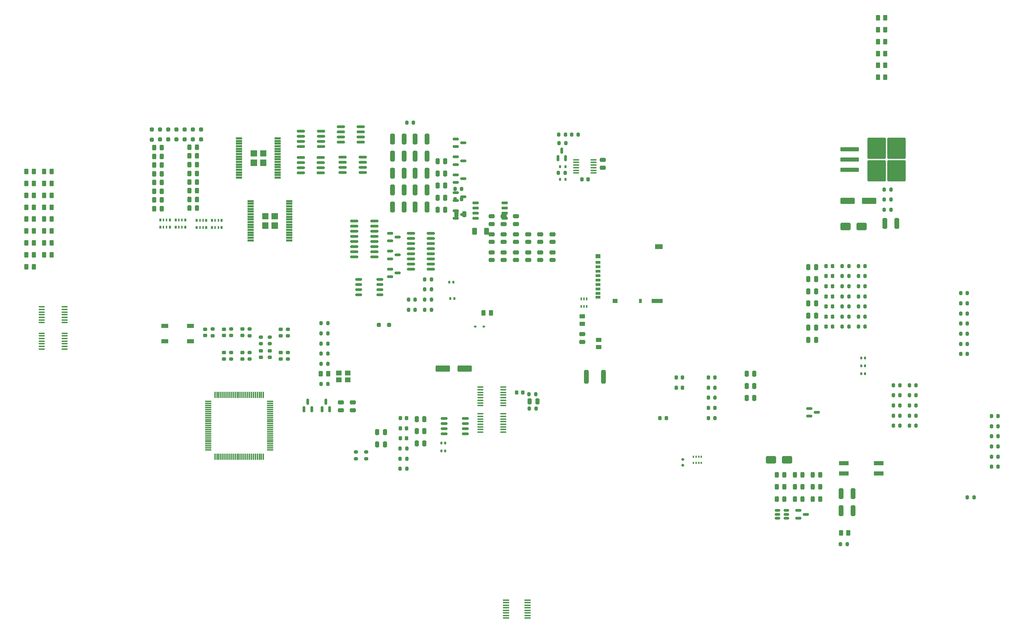
<source format=gbr>
%TF.GenerationSoftware,KiCad,Pcbnew,7.0.7-2.fc38*%
%TF.CreationDate,2023-10-14T02:21:00-03:00*%
%TF.ProjectId,OpenEFI_rev4,4f70656e-4546-4495-9f72-6576342e6b69,v3.0*%
%TF.SameCoordinates,Original*%
%TF.FileFunction,Paste,Top*%
%TF.FilePolarity,Positive*%
%FSLAX46Y46*%
G04 Gerber Fmt 4.6, Leading zero omitted, Abs format (unit mm)*
G04 Created by KiCad (PCBNEW 7.0.7-2.fc38) date 2023-10-14 02:21:00*
%MOMM*%
%LPD*%
G01*
G04 APERTURE LIST*
G04 Aperture macros list*
%AMRoundRect*
0 Rectangle with rounded corners*
0 $1 Rounding radius*
0 $2 $3 $4 $5 $6 $7 $8 $9 X,Y pos of 4 corners*
0 Add a 4 corners polygon primitive as box body*
4,1,4,$2,$3,$4,$5,$6,$7,$8,$9,$2,$3,0*
0 Add four circle primitives for the rounded corners*
1,1,$1+$1,$2,$3*
1,1,$1+$1,$4,$5*
1,1,$1+$1,$6,$7*
1,1,$1+$1,$8,$9*
0 Add four rect primitives between the rounded corners*
20,1,$1+$1,$2,$3,$4,$5,0*
20,1,$1+$1,$4,$5,$6,$7,0*
20,1,$1+$1,$6,$7,$8,$9,0*
20,1,$1+$1,$8,$9,$2,$3,0*%
G04 Aperture macros list end*
%ADD10C,0.010000*%
%ADD11RoundRect,0.225000X-0.225000X-0.250000X0.225000X-0.250000X0.225000X0.250000X-0.225000X0.250000X0*%
%ADD12RoundRect,0.250000X-1.500000X-0.550000X1.500000X-0.550000X1.500000X0.550000X-1.500000X0.550000X0*%
%ADD13RoundRect,0.250000X-0.312500X-1.075000X0.312500X-1.075000X0.312500X1.075000X-0.312500X1.075000X0*%
%ADD14RoundRect,0.250000X-0.262500X-0.450000X0.262500X-0.450000X0.262500X0.450000X-0.262500X0.450000X0*%
%ADD15RoundRect,0.150000X-0.825000X-0.150000X0.825000X-0.150000X0.825000X0.150000X-0.825000X0.150000X0*%
%ADD16RoundRect,0.200000X-0.200000X-0.275000X0.200000X-0.275000X0.200000X0.275000X-0.200000X0.275000X0*%
%ADD17R,0.600000X0.700000*%
%ADD18RoundRect,0.250000X-0.250000X0.250000X-0.250000X-0.250000X0.250000X-0.250000X0.250000X0.250000X0*%
%ADD19RoundRect,0.243750X-0.243750X-0.456250X0.243750X-0.456250X0.243750X0.456250X-0.243750X0.456250X0*%
%ADD20RoundRect,0.200000X0.275000X-0.200000X0.275000X0.200000X-0.275000X0.200000X-0.275000X-0.200000X0*%
%ADD21RoundRect,0.140000X-0.140000X-0.170000X0.140000X-0.170000X0.140000X0.170000X-0.140000X0.170000X0*%
%ADD22RoundRect,0.250000X-1.000000X-0.650000X1.000000X-0.650000X1.000000X0.650000X-1.000000X0.650000X0*%
%ADD23RoundRect,0.150000X-0.587500X-0.150000X0.587500X-0.150000X0.587500X0.150000X-0.587500X0.150000X0*%
%ADD24RoundRect,0.250000X-2.050000X-0.300000X2.050000X-0.300000X2.050000X0.300000X-2.050000X0.300000X0*%
%ADD25RoundRect,0.250000X-2.025000X-2.375000X2.025000X-2.375000X2.025000X2.375000X-2.025000X2.375000X0*%
%ADD26RoundRect,0.150000X0.150000X-0.587500X0.150000X0.587500X-0.150000X0.587500X-0.150000X-0.587500X0*%
%ADD27RoundRect,0.250000X0.475000X-0.250000X0.475000X0.250000X-0.475000X0.250000X-0.475000X-0.250000X0*%
%ADD28RoundRect,0.250000X-0.250000X-0.475000X0.250000X-0.475000X0.250000X0.475000X-0.250000X0.475000X0*%
%ADD29RoundRect,0.250000X0.450000X-0.262500X0.450000X0.262500X-0.450000X0.262500X-0.450000X-0.262500X0*%
%ADD30RoundRect,0.218750X-0.256250X0.218750X-0.256250X-0.218750X0.256250X-0.218750X0.256250X0.218750X0*%
%ADD31R,0.500000X0.800000*%
%ADD32R,0.400000X0.800000*%
%ADD33R,1.600000X0.410000*%
%ADD34R,2.440000X1.120000*%
%ADD35RoundRect,0.100000X-0.625000X-0.100000X0.625000X-0.100000X0.625000X0.100000X-0.625000X0.100000X0*%
%ADD36R,0.350000X0.500000*%
%ADD37R,0.400000X0.650000*%
%ADD38RoundRect,0.100000X-0.637500X-0.100000X0.637500X-0.100000X0.637500X0.100000X-0.637500X0.100000X0*%
%ADD39RoundRect,0.250000X-0.312500X-0.625000X0.312500X-0.625000X0.312500X0.625000X-0.312500X0.625000X0*%
%ADD40R,1.400000X1.200000*%
%ADD41RoundRect,0.075000X-0.725000X-0.075000X0.725000X-0.075000X0.725000X0.075000X-0.725000X0.075000X0*%
%ADD42RoundRect,0.075000X-0.075000X-0.725000X0.075000X-0.725000X0.075000X0.725000X-0.075000X0.725000X0*%
%ADD43RoundRect,0.225000X0.225000X0.250000X-0.225000X0.250000X-0.225000X-0.250000X0.225000X-0.250000X0*%
%ADD44RoundRect,0.250000X-0.312500X-1.450000X0.312500X-1.450000X0.312500X1.450000X-0.312500X1.450000X0*%
%ADD45R,1.600000X0.480000*%
%ADD46RoundRect,0.150000X-0.850000X-0.150000X0.850000X-0.150000X0.850000X0.150000X-0.850000X0.150000X0*%
%ADD47RoundRect,0.200000X-0.275000X0.200000X-0.275000X-0.200000X0.275000X-0.200000X0.275000X0.200000X0*%
%ADD48RoundRect,0.150000X-0.200000X0.150000X-0.200000X-0.150000X0.200000X-0.150000X0.200000X0.150000X0*%
%ADD49RoundRect,0.200000X0.200000X0.275000X-0.200000X0.275000X-0.200000X-0.275000X0.200000X-0.275000X0*%
%ADD50RoundRect,0.250000X-0.250000X-0.250000X0.250000X-0.250000X0.250000X0.250000X-0.250000X0.250000X0*%
%ADD51RoundRect,0.112500X-0.187500X-0.112500X0.187500X-0.112500X0.187500X0.112500X-0.187500X0.112500X0*%
%ADD52R,1.200000X0.700000*%
%ADD53R,0.800000X1.000000*%
%ADD54R,1.200000X1.000000*%
%ADD55R,2.800000X1.000000*%
%ADD56R,1.900000X1.300000*%
%ADD57RoundRect,0.150000X-0.675000X-0.150000X0.675000X-0.150000X0.675000X0.150000X-0.675000X0.150000X0*%
%ADD58R,1.700000X1.000000*%
%ADD59RoundRect,0.250000X-0.475000X0.250000X-0.475000X-0.250000X0.475000X-0.250000X0.475000X0.250000X0*%
%ADD60RoundRect,0.150000X-0.650000X-0.150000X0.650000X-0.150000X0.650000X0.150000X-0.650000X0.150000X0*%
%ADD61RoundRect,0.150000X-0.512500X-0.150000X0.512500X-0.150000X0.512500X0.150000X-0.512500X0.150000X0*%
G04 APERTURE END LIST*
%TO.C,U1*%
D10*
X154190000Y-77990000D02*
X152730000Y-77990000D01*
X152730000Y-76530000D01*
X154190000Y-76530000D01*
X154190000Y-77990000D01*
G36*
X154190000Y-77990000D02*
G01*
X152730000Y-77990000D01*
X152730000Y-76530000D01*
X154190000Y-76530000D01*
X154190000Y-77990000D01*
G37*
X154190000Y-80300000D02*
X152730000Y-80300000D01*
X152730000Y-78840000D01*
X154190000Y-78840000D01*
X154190000Y-80300000D01*
G36*
X154190000Y-80300000D02*
G01*
X152730000Y-80300000D01*
X152730000Y-78840000D01*
X154190000Y-78840000D01*
X154190000Y-80300000D01*
G37*
X156500000Y-77990000D02*
X155040000Y-77990000D01*
X155040000Y-76530000D01*
X156500000Y-76530000D01*
X156500000Y-77990000D01*
G36*
X156500000Y-77990000D02*
G01*
X155040000Y-77990000D01*
X155040000Y-76530000D01*
X156500000Y-76530000D01*
X156500000Y-77990000D01*
G37*
X156500000Y-80300000D02*
X155040000Y-80300000D01*
X155040000Y-78840000D01*
X156500000Y-78840000D01*
X156500000Y-80300000D01*
G36*
X156500000Y-80300000D02*
G01*
X155040000Y-80300000D01*
X155040000Y-78840000D01*
X156500000Y-78840000D01*
X156500000Y-80300000D01*
G37*
%TO.C,U13*%
X157055000Y-93555000D02*
X155595000Y-93555000D01*
X155595000Y-92095000D01*
X157055000Y-92095000D01*
X157055000Y-93555000D01*
G36*
X157055000Y-93555000D02*
G01*
X155595000Y-93555000D01*
X155595000Y-92095000D01*
X157055000Y-92095000D01*
X157055000Y-93555000D01*
G37*
X157055000Y-95865000D02*
X155595000Y-95865000D01*
X155595000Y-94405000D01*
X157055000Y-94405000D01*
X157055000Y-95865000D01*
G36*
X157055000Y-95865000D02*
G01*
X155595000Y-95865000D01*
X155595000Y-94405000D01*
X157055000Y-94405000D01*
X157055000Y-95865000D01*
G37*
X159365000Y-93555000D02*
X157905000Y-93555000D01*
X157905000Y-92095000D01*
X159365000Y-92095000D01*
X159365000Y-93555000D01*
G36*
X159365000Y-93555000D02*
G01*
X157905000Y-93555000D01*
X157905000Y-92095000D01*
X159365000Y-92095000D01*
X159365000Y-93555000D01*
G37*
X159365000Y-95865000D02*
X157905000Y-95865000D01*
X157905000Y-94405000D01*
X159365000Y-94405000D01*
X159365000Y-95865000D01*
G36*
X159365000Y-95865000D02*
G01*
X157905000Y-95865000D01*
X157905000Y-94405000D01*
X159365000Y-94405000D01*
X159365000Y-95865000D01*
G37*
%TD*%
D11*
%TO.C,C46*%
X189752000Y-145400750D03*
X191302000Y-145400750D03*
%TD*%
D12*
%TO.C,C42*%
X200270400Y-130614600D03*
X205670400Y-130614600D03*
%TD*%
D13*
%TO.C,R81*%
X187822100Y-73741200D03*
X190747100Y-73741200D03*
%TD*%
D14*
%TO.C,R67*%
X101600000Y-93570000D03*
X103425000Y-93570000D03*
%TD*%
D15*
%TO.C,U29*%
X165165000Y-71755000D03*
X165165000Y-73025000D03*
X165165000Y-74295000D03*
X165165000Y-75565000D03*
X170115000Y-75565000D03*
X170115000Y-74295000D03*
X170115000Y-73025000D03*
X170115000Y-71755000D03*
%TD*%
D14*
%TO.C,R61*%
X101600000Y-81770000D03*
X103425000Y-81770000D03*
%TD*%
D16*
%TO.C,R20*%
X309595800Y-88730800D03*
X311245800Y-88730800D03*
%TD*%
%TO.C,R12*%
X311840000Y-139760000D03*
X313490000Y-139760000D03*
%TD*%
%TO.C,R84*%
X191390000Y-69617600D03*
X193040000Y-69617600D03*
%TD*%
%TO.C,R56*%
X189702000Y-155440750D03*
X191352000Y-155440750D03*
%TD*%
D17*
%TO.C,D2*%
X229282800Y-80545700D03*
X230682800Y-80545700D03*
%TD*%
D18*
%TO.C,D64*%
X140396700Y-71317800D03*
X140396700Y-73817800D03*
%TD*%
D19*
%TO.C,D63*%
X128791200Y-78028800D03*
X130666200Y-78028800D03*
%TD*%
D20*
%TO.C,R4*%
X147880000Y-128260000D03*
X147880000Y-126610000D03*
%TD*%
D19*
%TO.C,D73*%
X128821200Y-88823800D03*
X130696200Y-88823800D03*
%TD*%
D21*
%TO.C,C27*%
X201930000Y-109169200D03*
X202890000Y-109169200D03*
%TD*%
D16*
%TO.C,R37*%
X328550000Y-119470000D03*
X330200000Y-119470000D03*
%TD*%
D22*
%TO.C,D4*%
X300035800Y-95390800D03*
X304035800Y-95390800D03*
%TD*%
D16*
%TO.C,R8*%
X328550000Y-111940000D03*
X330200000Y-111940000D03*
%TD*%
D23*
%TO.C,Q14*%
X187237100Y-97067200D03*
X187237100Y-98967200D03*
X189112100Y-98017200D03*
%TD*%
D16*
%TO.C,R77*%
X336170000Y-152430000D03*
X337820000Y-152430000D03*
%TD*%
D13*
%TO.C,R71*%
X298947500Y-161595000D03*
X301872500Y-161595000D03*
%TD*%
D14*
%TO.C,R58*%
X170092500Y-131930000D03*
X171917500Y-131930000D03*
%TD*%
D16*
%TO.C,R50*%
X191799600Y-116027200D03*
X193449600Y-116027200D03*
%TD*%
D18*
%TO.C,D74*%
X130236700Y-71343200D03*
X130236700Y-73843200D03*
%TD*%
D14*
%TO.C,R52*%
X308055000Y-55470000D03*
X309880000Y-55470000D03*
%TD*%
D20*
%TO.C,R27*%
X152480000Y-122485000D03*
X152480000Y-120835000D03*
%TD*%
D16*
%TO.C,R6*%
X299190800Y-105183600D03*
X300840800Y-105183600D03*
%TD*%
D24*
%TO.C,U4*%
X301040800Y-76250800D03*
X301040800Y-78790800D03*
D25*
X307765800Y-76015800D03*
X307765800Y-81565800D03*
X312615800Y-76015800D03*
X312615800Y-81565800D03*
D24*
X301040800Y-81330800D03*
%TD*%
D16*
%TO.C,R52*%
X195809600Y-111007200D03*
X197459600Y-111007200D03*
%TD*%
D26*
%TO.C,Q5*%
X228782800Y-78435200D03*
X230682800Y-78435200D03*
X229732800Y-76560200D03*
%TD*%
D19*
%TO.C,D8*%
X287452500Y-159950000D03*
X289327500Y-159950000D03*
%TD*%
%TO.C,D7*%
X287452500Y-156910000D03*
X289327500Y-156910000D03*
%TD*%
%TO.C,D81*%
X137522500Y-84378800D03*
X139397500Y-84378800D03*
%TD*%
D14*
%TO.C,R47*%
X97190000Y-96520000D03*
X99015000Y-96520000D03*
%TD*%
D16*
%TO.C,R60*%
X328550000Y-127000000D03*
X330200000Y-127000000D03*
%TD*%
D14*
%TO.C,R44*%
X97190000Y-93570000D03*
X99015000Y-93570000D03*
%TD*%
D16*
%TO.C,R56*%
X336170000Y-144900000D03*
X337820000Y-144900000D03*
%TD*%
D27*
%TO.C,C16*%
X215392000Y-94798000D03*
X215392000Y-92898000D03*
%TD*%
D20*
%TO.C,R24*%
X155280000Y-124460000D03*
X155280000Y-122810000D03*
%TD*%
D16*
%TO.C,R74*%
X315850000Y-144780000D03*
X317500000Y-144780000D03*
%TD*%
D28*
%TO.C,C52*%
X198974600Y-79241200D03*
X200874600Y-79241200D03*
%TD*%
D16*
%TO.C,R59*%
X170180000Y-134440000D03*
X171830000Y-134440000D03*
%TD*%
D29*
%TO.C,R129*%
X238912400Y-125319800D03*
X238912400Y-123494800D03*
%TD*%
D16*
%TO.C,R53*%
X195809600Y-113517200D03*
X197459600Y-113517200D03*
%TD*%
D11*
%TO.C,C23*%
X295230800Y-107693600D03*
X296780800Y-107693600D03*
%TD*%
%TO.C,C33*%
X234707800Y-83747700D03*
X236257800Y-83747700D03*
%TD*%
D30*
%TO.C,D7*%
X155280000Y-126247500D03*
X155280000Y-127822500D03*
%TD*%
%TO.C,D1*%
X150680000Y-126647500D03*
X150680000Y-128222500D03*
%TD*%
D13*
%TO.C,R113*%
X187822100Y-82161200D03*
X190747100Y-82161200D03*
%TD*%
D31*
%TO.C,RN2*%
X132706700Y-93776800D03*
D32*
X131906700Y-93776800D03*
X131106700Y-93776800D03*
D31*
X130306700Y-93776800D03*
X130306700Y-95576800D03*
D32*
X131106700Y-95576800D03*
X131906700Y-95576800D03*
D31*
X132706700Y-95576800D03*
%TD*%
D20*
%TO.C,R25*%
X143280000Y-122460000D03*
X143280000Y-120810000D03*
%TD*%
D14*
%TO.C,R70*%
X101600000Y-102420000D03*
X103425000Y-102420000D03*
%TD*%
D16*
%TO.C,R49*%
X191799600Y-113517200D03*
X193449600Y-113517200D03*
%TD*%
D19*
%TO.C,D83*%
X137522500Y-88696800D03*
X139397500Y-88696800D03*
%TD*%
D33*
%TO.C,U36*%
X215965700Y-188012500D03*
X215965700Y-188647500D03*
X215965700Y-189282500D03*
X215965700Y-189917500D03*
X215965700Y-190552500D03*
X215965700Y-191187500D03*
X215965700Y-191822500D03*
X215965700Y-192457500D03*
X221274300Y-192457500D03*
X221274300Y-191822500D03*
X221274300Y-191187500D03*
X221274300Y-190552500D03*
X221274300Y-189917500D03*
X221274300Y-189282500D03*
X221274300Y-188647500D03*
X221274300Y-188012500D03*
%TD*%
D14*
%TO.C,R66*%
X101600000Y-90620000D03*
X103425000Y-90620000D03*
%TD*%
D21*
%TO.C,C22*%
X199937000Y-151040750D03*
X200897000Y-151040750D03*
%TD*%
D31*
%TO.C,RN3*%
X145529000Y-93853000D03*
D32*
X144729000Y-93853000D03*
X143929000Y-93853000D03*
D31*
X143129000Y-93853000D03*
X143129000Y-95653000D03*
D32*
X143929000Y-95653000D03*
X144729000Y-95653000D03*
D31*
X145529000Y-95653000D03*
%TD*%
D20*
%TO.C,R64*%
X178785000Y-152965000D03*
X178785000Y-151315000D03*
%TD*%
D23*
%TO.C,Q9*%
X203461900Y-78151600D03*
X203461900Y-80051600D03*
X205336900Y-79101600D03*
%TD*%
D16*
%TO.C,R41*%
X303200800Y-112713600D03*
X304850800Y-112713600D03*
%TD*%
D18*
%TO.C,D72*%
X132268700Y-71343200D03*
X132268700Y-73843200D03*
%TD*%
D27*
%TO.C,C47*%
X178055000Y-140920000D03*
X178055000Y-139020000D03*
%TD*%
D26*
%TO.C,Q17*%
X165915000Y-140687500D03*
X167815000Y-140687500D03*
X166865000Y-138812500D03*
%TD*%
D30*
%TO.C,D6*%
X157480000Y-126247500D03*
X157480000Y-127822500D03*
%TD*%
D34*
%TO.C,SW4*%
X299625000Y-154050000D03*
X299625000Y-156590000D03*
X308235000Y-156590000D03*
X308235000Y-154050000D03*
%TD*%
D30*
%TO.C,D10*%
X150680000Y-120835000D03*
X150680000Y-122410000D03*
%TD*%
D16*
%TO.C,R31*%
X170180000Y-121890000D03*
X171830000Y-121890000D03*
%TD*%
%TO.C,R9*%
X311840000Y-137250000D03*
X313490000Y-137250000D03*
%TD*%
%TO.C,R46*%
X189702000Y-152930750D03*
X191352000Y-152930750D03*
%TD*%
D35*
%TO.C,U6*%
X233332800Y-78872700D03*
X233332800Y-79522700D03*
X233332800Y-80172700D03*
X233332800Y-80822700D03*
X233332800Y-81472700D03*
X233332800Y-82122700D03*
X237632800Y-82122700D03*
X237632800Y-81472700D03*
X237632800Y-80822700D03*
X237632800Y-80172700D03*
X237632800Y-79522700D03*
X237632800Y-78872700D03*
%TD*%
D19*
%TO.C,D67*%
X128821200Y-82346800D03*
X130696200Y-82346800D03*
%TD*%
D16*
%TO.C,R39*%
X303200800Y-107693600D03*
X304850800Y-107693600D03*
%TD*%
D19*
%TO.C,D6*%
X283002500Y-162990000D03*
X284877500Y-162990000D03*
%TD*%
D16*
%TO.C,R43*%
X303200800Y-117733600D03*
X304850800Y-117733600D03*
%TD*%
D36*
%TO.C,U8*%
X262362400Y-152425600D03*
X263012400Y-152425600D03*
X263662400Y-152425600D03*
X264312400Y-152425600D03*
X264312400Y-154025600D03*
X263662400Y-154025600D03*
X263012400Y-154025600D03*
X262362400Y-154025600D03*
%TD*%
D16*
%TO.C,R51*%
X195809600Y-108497200D03*
X197459600Y-108497200D03*
%TD*%
D14*
%TO.C,R62*%
X101600000Y-84720000D03*
X103425000Y-84720000D03*
%TD*%
D23*
%TO.C,Q13*%
X203461900Y-91501600D03*
X203461900Y-93401600D03*
X205336900Y-92451600D03*
%TD*%
D11*
%TO.C,C49*%
X189752000Y-147910750D03*
X191302000Y-147910750D03*
%TD*%
%TO.C,C20*%
X295230800Y-105183600D03*
X296780800Y-105183600D03*
%TD*%
D28*
%TO.C,C66*%
X275518800Y-131902000D03*
X277418800Y-131902000D03*
%TD*%
D19*
%TO.C,D12*%
X291902500Y-159950000D03*
X293777500Y-159950000D03*
%TD*%
D16*
%TO.C,R15*%
X311840000Y-142270000D03*
X313490000Y-142270000D03*
%TD*%
D19*
%TO.C,D1*%
X283002500Y-156910000D03*
X284877500Y-156910000D03*
%TD*%
D11*
%TO.C,C35*%
X295230800Y-112713600D03*
X296780800Y-112713600D03*
%TD*%
%TO.C,C71*%
X258083400Y-135330000D03*
X259633400Y-135330000D03*
%TD*%
D20*
%TO.C,R26*%
X147880000Y-122435000D03*
X147880000Y-120785000D03*
%TD*%
D15*
%TO.C,U21*%
X175034400Y-70713600D03*
X175034400Y-71983600D03*
X175034400Y-73253600D03*
X175034400Y-74523600D03*
X179984400Y-74523600D03*
X179984400Y-73253600D03*
X179984400Y-71983600D03*
X179984400Y-70713600D03*
%TD*%
D16*
%TO.C,R73*%
X298785000Y-174115000D03*
X300435000Y-174115000D03*
%TD*%
D30*
%TO.C,D12*%
X160180000Y-120897500D03*
X160180000Y-122472500D03*
%TD*%
D16*
%TO.C,R32*%
X170180000Y-124400000D03*
X171830000Y-124400000D03*
%TD*%
%TO.C,R11*%
X328550000Y-114450000D03*
X330200000Y-114450000D03*
%TD*%
%TO.C,R33*%
X309595800Y-91240800D03*
X311245800Y-91240800D03*
%TD*%
D14*
%TO.C,R48*%
X97190000Y-99470000D03*
X99015000Y-99470000D03*
%TD*%
D30*
%TO.C,D8*%
X141480000Y-120847500D03*
X141480000Y-122422500D03*
%TD*%
D16*
%TO.C,R37*%
X303200800Y-105183600D03*
X304850800Y-105183600D03*
%TD*%
D14*
%TO.C,R13*%
X97190000Y-87670000D03*
X99015000Y-87670000D03*
%TD*%
D16*
%TO.C,R42*%
X328550000Y-124490000D03*
X330200000Y-124490000D03*
%TD*%
D20*
%TO.C,R65*%
X181295000Y-152965000D03*
X181295000Y-151315000D03*
%TD*%
D16*
%TO.C,R18*%
X309595800Y-86220800D03*
X311245800Y-86220800D03*
%TD*%
%TO.C,R6*%
X311840000Y-134740000D03*
X313490000Y-134740000D03*
%TD*%
D37*
%TO.C,Q1*%
X234594400Y-115234800D03*
X235244400Y-115234800D03*
X235894400Y-115234800D03*
X235894400Y-113334800D03*
X235244400Y-113334800D03*
X234594400Y-113334800D03*
%TD*%
D16*
%TO.C,R14*%
X328550000Y-116960000D03*
X330200000Y-116960000D03*
%TD*%
D28*
%TO.C,C74*%
X184060000Y-149380000D03*
X185960000Y-149380000D03*
%TD*%
%TO.C,C34*%
X290825800Y-114463600D03*
X292725800Y-114463600D03*
%TD*%
D38*
%TO.C,U9*%
X100955000Y-115310000D03*
X100955000Y-115960000D03*
X100955000Y-116610000D03*
X100955000Y-117260000D03*
X100955000Y-117910000D03*
X100955000Y-118560000D03*
X100955000Y-119210000D03*
X106680000Y-119210000D03*
X106680000Y-118560000D03*
X106680000Y-117910000D03*
X106680000Y-117260000D03*
X106680000Y-116610000D03*
X106680000Y-115960000D03*
X106680000Y-115310000D03*
%TD*%
D16*
%TO.C,R11*%
X299190800Y-112713600D03*
X300840800Y-112713600D03*
%TD*%
D21*
%TO.C,C40*%
X303905800Y-127983600D03*
X304865800Y-127983600D03*
%TD*%
D16*
%TO.C,R43*%
X315850000Y-137250000D03*
X317500000Y-137250000D03*
%TD*%
D19*
%TO.C,D9*%
X287452500Y-162990000D03*
X289327500Y-162990000D03*
%TD*%
D14*
%TO.C,R17*%
X298897500Y-171385000D03*
X300722500Y-171385000D03*
%TD*%
%TO.C,R53*%
X308055000Y-58420000D03*
X309880000Y-58420000D03*
%TD*%
D31*
%TO.C,RN1*%
X136516700Y-93776800D03*
D32*
X135716700Y-93776800D03*
X134916700Y-93776800D03*
D31*
X134116700Y-93776800D03*
X134116700Y-95576800D03*
D32*
X134916700Y-95576800D03*
X135716700Y-95576800D03*
D31*
X136516700Y-95576800D03*
%TD*%
D28*
%TO.C,C18*%
X290825800Y-105433600D03*
X292725800Y-105433600D03*
%TD*%
%TO.C,C68*%
X275518800Y-134912000D03*
X277418800Y-134912000D03*
%TD*%
%TO.C,C70*%
X275518800Y-137922000D03*
X277418800Y-137922000D03*
%TD*%
D19*
%TO.C,D78*%
X137545600Y-77901800D03*
X139420600Y-77901800D03*
%TD*%
D39*
%TO.C,R1*%
X208186900Y-96551600D03*
X211111900Y-96551600D03*
%TD*%
D16*
%TO.C,R45*%
X336170000Y-142390000D03*
X337820000Y-142390000D03*
%TD*%
%TO.C,R75*%
X336170000Y-147410000D03*
X337820000Y-147410000D03*
%TD*%
D40*
%TO.C,Y1*%
X174535000Y-133450000D03*
X176735000Y-133450000D03*
X176735000Y-131750000D03*
X174535000Y-131750000D03*
%TD*%
D28*
%TO.C,C56*%
X198974600Y-91281200D03*
X200874600Y-91281200D03*
%TD*%
D14*
%TO.C,R68*%
X101600000Y-96520000D03*
X103425000Y-96520000D03*
%TD*%
D41*
%TO.C,U3*%
X142185000Y-138780000D03*
X142185000Y-139280000D03*
X142185000Y-139780000D03*
X142185000Y-140280000D03*
X142185000Y-140780000D03*
X142185000Y-141280000D03*
X142185000Y-141780000D03*
X142185000Y-142280000D03*
X142185000Y-142780000D03*
X142185000Y-143280000D03*
X142185000Y-143780000D03*
X142185000Y-144280000D03*
X142185000Y-144780000D03*
X142185000Y-145280000D03*
X142185000Y-145780000D03*
X142185000Y-146280000D03*
X142185000Y-146780000D03*
X142185000Y-147280000D03*
X142185000Y-147780000D03*
X142185000Y-148280000D03*
X142185000Y-148780000D03*
X142185000Y-149280000D03*
X142185000Y-149780000D03*
X142185000Y-150280000D03*
X142185000Y-150780000D03*
D42*
X143860000Y-152455000D03*
X144360000Y-152455000D03*
X144860000Y-152455000D03*
X145360000Y-152455000D03*
X145860000Y-152455000D03*
X146360000Y-152455000D03*
X146860000Y-152455000D03*
X147360000Y-152455000D03*
X147860000Y-152455000D03*
X148360000Y-152455000D03*
X148860000Y-152455000D03*
X149360000Y-152455000D03*
X149860000Y-152455000D03*
X150360000Y-152455000D03*
X150860000Y-152455000D03*
X151360000Y-152455000D03*
X151860000Y-152455000D03*
X152360000Y-152455000D03*
X152860000Y-152455000D03*
X153360000Y-152455000D03*
X153860000Y-152455000D03*
X154360000Y-152455000D03*
X154860000Y-152455000D03*
X155360000Y-152455000D03*
X155860000Y-152455000D03*
D41*
X157535000Y-150780000D03*
X157535000Y-150280000D03*
X157535000Y-149780000D03*
X157535000Y-149280000D03*
X157535000Y-148780000D03*
X157535000Y-148280000D03*
X157535000Y-147780000D03*
X157535000Y-147280000D03*
X157535000Y-146780000D03*
X157535000Y-146280000D03*
X157535000Y-145780000D03*
X157535000Y-145280000D03*
X157535000Y-144780000D03*
X157535000Y-144280000D03*
X157535000Y-143780000D03*
X157535000Y-143280000D03*
X157535000Y-142780000D03*
X157535000Y-142280000D03*
X157535000Y-141780000D03*
X157535000Y-141280000D03*
X157535000Y-140780000D03*
X157535000Y-140280000D03*
X157535000Y-139780000D03*
X157535000Y-139280000D03*
X157535000Y-138780000D03*
D42*
X155860000Y-137105000D03*
X155360000Y-137105000D03*
X154860000Y-137105000D03*
X154360000Y-137105000D03*
X153860000Y-137105000D03*
X153360000Y-137105000D03*
X152860000Y-137105000D03*
X152360000Y-137105000D03*
X151860000Y-137105000D03*
X151360000Y-137105000D03*
X150860000Y-137105000D03*
X150360000Y-137105000D03*
X149860000Y-137105000D03*
X149360000Y-137105000D03*
X148860000Y-137105000D03*
X148360000Y-137105000D03*
X147860000Y-137105000D03*
X147360000Y-137105000D03*
X146860000Y-137105000D03*
X146360000Y-137105000D03*
X145860000Y-137105000D03*
X145360000Y-137105000D03*
X144860000Y-137105000D03*
X144360000Y-137105000D03*
X143860000Y-137105000D03*
%TD*%
D27*
%TO.C,C3*%
X215392000Y-103698000D03*
X215392000Y-101798000D03*
%TD*%
D13*
%TO.C,R115*%
X187822100Y-90581200D03*
X190747100Y-90581200D03*
%TD*%
D21*
%TO.C,C28*%
X202161200Y-113284000D03*
X203121200Y-113284000D03*
%TD*%
D19*
%TO.C,D75*%
X128821200Y-90982800D03*
X130696200Y-90982800D03*
%TD*%
D27*
%TO.C,C41*%
X175045000Y-140920000D03*
X175045000Y-139020000D03*
%TD*%
D14*
%TO.C,R69*%
X101600000Y-99470000D03*
X103425000Y-99470000D03*
%TD*%
D16*
%TO.C,R22*%
X228993800Y-72607700D03*
X230643800Y-72607700D03*
%TD*%
D14*
%TO.C,R16*%
X97190000Y-90620000D03*
X99015000Y-90620000D03*
%TD*%
D28*
%TO.C,C55*%
X198974600Y-88271200D03*
X200874600Y-88271200D03*
%TD*%
D16*
%TO.C,R122*%
X203329600Y-88601200D03*
X204979600Y-88601200D03*
%TD*%
%TO.C,R14*%
X299190800Y-117733600D03*
X300840800Y-117733600D03*
%TD*%
D27*
%TO.C,C72*%
X234824400Y-123994800D03*
X234824400Y-122094800D03*
%TD*%
D19*
%TO.C,D10*%
X291902500Y-156910000D03*
X293777500Y-156910000D03*
%TD*%
D28*
%TO.C,C54*%
X198974600Y-85261200D03*
X200874600Y-85261200D03*
%TD*%
D27*
%TO.C,C10*%
X215392000Y-99248000D03*
X215392000Y-97348000D03*
%TD*%
D16*
%TO.C,R9*%
X299190800Y-110203600D03*
X300840800Y-110203600D03*
%TD*%
%TO.C,R8*%
X299190800Y-107693600D03*
X300840800Y-107693600D03*
%TD*%
D23*
%TO.C,Q2*%
X288352500Y-165785000D03*
X288352500Y-167685000D03*
X290227500Y-166735000D03*
%TD*%
D43*
%TO.C,C4*%
X220125400Y-136554600D03*
X218575400Y-136554600D03*
%TD*%
D16*
%TO.C,R54*%
X315850000Y-142270000D03*
X317500000Y-142270000D03*
%TD*%
D44*
%TO.C,F1*%
X235805800Y-132638800D03*
X240080800Y-132638800D03*
%TD*%
D30*
%TO.C,D5*%
X146080000Y-126647500D03*
X146080000Y-128222500D03*
%TD*%
D28*
%TO.C,C73*%
X184060000Y-146370000D03*
X185960000Y-146370000D03*
%TD*%
D21*
%TO.C,C43*%
X303905800Y-129953600D03*
X304865800Y-129953600D03*
%TD*%
D23*
%TO.C,U15*%
X291058300Y-140523600D03*
X291058300Y-142423600D03*
X292933300Y-141473600D03*
%TD*%
%TO.C,Q12*%
X203461900Y-87051600D03*
X203461900Y-88951600D03*
X205336900Y-88001600D03*
%TD*%
D19*
%TO.C,D43*%
X128821200Y-75869800D03*
X130696200Y-75869800D03*
%TD*%
D11*
%TO.C,C69*%
X258083400Y-132820000D03*
X259633400Y-132820000D03*
%TD*%
D14*
%TO.C,R18*%
X308055000Y-43670000D03*
X309880000Y-43670000D03*
%TD*%
D28*
%TO.C,C30*%
X193807000Y-149160750D03*
X195707000Y-149160750D03*
%TD*%
D16*
%TO.C,R36*%
X221725400Y-140554600D03*
X223375400Y-140554600D03*
%TD*%
D27*
%TO.C,C12*%
X221412000Y-99248000D03*
X221412000Y-97348000D03*
%TD*%
D16*
%TO.C,R40*%
X328550000Y-121980000D03*
X330200000Y-121980000D03*
%TD*%
D23*
%TO.C,Q16*%
X187237100Y-105967200D03*
X187237100Y-107867200D03*
X189112100Y-106917200D03*
%TD*%
D28*
%TO.C,C39*%
X290825800Y-120483600D03*
X292725800Y-120483600D03*
%TD*%
D13*
%TO.C,R72*%
X298947500Y-165805000D03*
X301872500Y-165805000D03*
%TD*%
D14*
%TO.C,R7*%
X97190000Y-81770000D03*
X99015000Y-81770000D03*
%TD*%
D15*
%TO.C,U24*%
X165128400Y-78282800D03*
X165128400Y-79552800D03*
X165128400Y-80822800D03*
X165128400Y-82092800D03*
X170078400Y-82092800D03*
X170078400Y-80822800D03*
X170078400Y-79552800D03*
X170078400Y-78282800D03*
%TD*%
D27*
%TO.C,C13*%
X224422000Y-99248000D03*
X224422000Y-97348000D03*
%TD*%
D28*
%TO.C,C53*%
X198974600Y-82251200D03*
X200874600Y-82251200D03*
%TD*%
D19*
%TO.C,D84*%
X137522500Y-90830400D03*
X139397500Y-90830400D03*
%TD*%
D31*
%TO.C,RN4*%
X141732000Y-93853000D03*
D32*
X140932000Y-93853000D03*
X140132000Y-93853000D03*
D31*
X139332000Y-93853000D03*
X139332000Y-95653000D03*
D32*
X140132000Y-95653000D03*
X140932000Y-95653000D03*
D31*
X141732000Y-95653000D03*
%TD*%
D13*
%TO.C,R112*%
X187822100Y-77951200D03*
X190747100Y-77951200D03*
%TD*%
D45*
%TO.C,U1*%
X149860000Y-73540000D03*
X149860000Y-74190000D03*
X149860000Y-74840000D03*
X149860000Y-75490000D03*
X149860000Y-76140000D03*
X149860000Y-76790000D03*
X149860000Y-77440000D03*
X149860000Y-78090000D03*
X149860000Y-78740000D03*
X149860000Y-79390000D03*
X149860000Y-80040000D03*
X149860000Y-80690000D03*
X149860000Y-81340000D03*
X149860000Y-81990000D03*
X149860000Y-82640000D03*
X149860000Y-83290000D03*
X159370000Y-83290000D03*
X159370000Y-82640000D03*
X159370000Y-81990000D03*
X159370000Y-81340000D03*
X159370000Y-80690000D03*
X159370000Y-80040000D03*
X159370000Y-79390000D03*
X159370000Y-78740000D03*
X159370000Y-78090000D03*
X159370000Y-77440000D03*
X159370000Y-76790000D03*
X159370000Y-76140000D03*
X159370000Y-75490000D03*
X159370000Y-74840000D03*
X159370000Y-74190000D03*
X159370000Y-73540000D03*
%TD*%
D16*
%TO.C,R77*%
X266053400Y-135330000D03*
X267703400Y-135330000D03*
%TD*%
D12*
%TO.C,C31*%
X300490800Y-89040800D03*
X305890800Y-89040800D03*
%TD*%
D16*
%TO.C,R79*%
X266053400Y-140350000D03*
X267703400Y-140350000D03*
%TD*%
D46*
%TO.C,U26*%
X178348000Y-94056200D03*
X178348000Y-95326200D03*
X178348000Y-96596200D03*
X178348000Y-97866200D03*
X178348000Y-99136200D03*
X178348000Y-100406200D03*
X178348000Y-101676200D03*
X178348000Y-102946200D03*
X183348000Y-102946200D03*
X183348000Y-101676200D03*
X183348000Y-100406200D03*
X183348000Y-99136200D03*
X183348000Y-97866200D03*
X183348000Y-96596200D03*
X183348000Y-95326200D03*
X183348000Y-94056200D03*
%TD*%
D47*
%TO.C,R3*%
X152480000Y-126610000D03*
X152480000Y-128260000D03*
%TD*%
D16*
%TO.C,R12*%
X299190800Y-115223600D03*
X300840800Y-115223600D03*
%TD*%
D30*
%TO.C,D13*%
X160180000Y-126647500D03*
X160180000Y-128222500D03*
%TD*%
D28*
%TO.C,C1*%
X193807000Y-143140750D03*
X195707000Y-143140750D03*
%TD*%
D16*
%TO.C,R40*%
X303200800Y-110203600D03*
X304850800Y-110203600D03*
%TD*%
%TO.C,R38*%
X221625400Y-136954600D03*
X223275400Y-136954600D03*
%TD*%
%TO.C,R45*%
X189702000Y-150420750D03*
X191352000Y-150420750D03*
%TD*%
%TO.C,R42*%
X303200800Y-115223600D03*
X304850800Y-115223600D03*
%TD*%
D19*
%TO.C,D71*%
X128821200Y-86664800D03*
X130696200Y-86664800D03*
%TD*%
%TO.C,D13*%
X291902500Y-162990000D03*
X293777500Y-162990000D03*
%TD*%
D30*
%TO.C,D9*%
X146080000Y-120860000D03*
X146080000Y-122435000D03*
%TD*%
D11*
%TO.C,C38*%
X295230800Y-115223600D03*
X296780800Y-115223600D03*
%TD*%
D48*
%TO.C,D14*%
X259689600Y-154562000D03*
X259689600Y-153162000D03*
%TD*%
D27*
%TO.C,C5*%
X218402000Y-103698000D03*
X218402000Y-101798000D03*
%TD*%
D11*
%TO.C,C29*%
X189752000Y-142890750D03*
X191302000Y-142890750D03*
%TD*%
D16*
%TO.C,R82*%
X266053400Y-142860000D03*
X267703400Y-142860000D03*
%TD*%
%TO.C,R54*%
X195809600Y-116027200D03*
X197459600Y-116027200D03*
%TD*%
D18*
%TO.C,D66*%
X138361100Y-71317800D03*
X138361100Y-73817800D03*
%TD*%
D11*
%TO.C,C50*%
X295230800Y-120243600D03*
X296780800Y-120243600D03*
%TD*%
D27*
%TO.C,C17*%
X218402000Y-94798000D03*
X218402000Y-92898000D03*
%TD*%
D26*
%TO.C,Q18*%
X170365000Y-140687500D03*
X172265000Y-140687500D03*
X171315000Y-138812500D03*
%TD*%
D49*
%TO.C,R19*%
X230735800Y-74747700D03*
X229085800Y-74747700D03*
%TD*%
D16*
%TO.C,R46*%
X315850000Y-139760000D03*
X317500000Y-139760000D03*
%TD*%
D14*
%TO.C,R10*%
X97190000Y-84720000D03*
X99015000Y-84720000D03*
%TD*%
D19*
%TO.C,D65*%
X128791200Y-80187800D03*
X130666200Y-80187800D03*
%TD*%
D38*
%TO.C,U20*%
X209565400Y-135229600D03*
X209565400Y-135879600D03*
X209565400Y-136529600D03*
X209565400Y-137179600D03*
X209565400Y-137829600D03*
X209565400Y-138479600D03*
X209565400Y-139129600D03*
X209565400Y-139779600D03*
X215290400Y-139779600D03*
X215290400Y-139129600D03*
X215290400Y-138479600D03*
X215290400Y-137829600D03*
X215290400Y-137179600D03*
X215290400Y-136529600D03*
X215290400Y-135879600D03*
X215290400Y-135229600D03*
%TD*%
D28*
%TO.C,C45*%
X290825800Y-123493600D03*
X292725800Y-123493600D03*
%TD*%
D13*
%TO.C,R117*%
X193432100Y-77951200D03*
X196357100Y-77951200D03*
%TD*%
D27*
%TO.C,C15*%
X212382000Y-94798000D03*
X212382000Y-92898000D03*
%TD*%
D16*
%TO.C,R76*%
X336170000Y-149920000D03*
X337820000Y-149920000D03*
%TD*%
D13*
%TO.C,R21*%
X309758300Y-94600800D03*
X312683300Y-94600800D03*
%TD*%
D50*
%TO.C,D47*%
X184455000Y-119740000D03*
X186955000Y-119740000D03*
%TD*%
D16*
%TO.C,R34*%
X170180000Y-126910000D03*
X171830000Y-126910000D03*
%TD*%
%TO.C,R28*%
X330200000Y-162560000D03*
X331850000Y-162560000D03*
%TD*%
%TO.C,R39*%
X311840000Y-144780000D03*
X313490000Y-144780000D03*
%TD*%
D28*
%TO.C,C21*%
X290825800Y-108443600D03*
X292725800Y-108443600D03*
%TD*%
%TO.C,C57*%
X203702100Y-92321200D03*
X205602100Y-92321200D03*
%TD*%
D27*
%TO.C,C6*%
X221412000Y-103698000D03*
X221412000Y-101798000D03*
%TD*%
D45*
%TO.C,U13*%
X152725000Y-89105000D03*
X152725000Y-89755000D03*
X152725000Y-90405000D03*
X152725000Y-91055000D03*
X152725000Y-91705000D03*
X152725000Y-92355000D03*
X152725000Y-93005000D03*
X152725000Y-93655000D03*
X152725000Y-94305000D03*
X152725000Y-94955000D03*
X152725000Y-95605000D03*
X152725000Y-96255000D03*
X152725000Y-96905000D03*
X152725000Y-97555000D03*
X152725000Y-98205000D03*
X152725000Y-98855000D03*
X162235000Y-98855000D03*
X162235000Y-98205000D03*
X162235000Y-97555000D03*
X162235000Y-96905000D03*
X162235000Y-96255000D03*
X162235000Y-95605000D03*
X162235000Y-94955000D03*
X162235000Y-94305000D03*
X162235000Y-93655000D03*
X162235000Y-93005000D03*
X162235000Y-92355000D03*
X162235000Y-91705000D03*
X162235000Y-91055000D03*
X162235000Y-90405000D03*
X162235000Y-89755000D03*
X162235000Y-89105000D03*
%TD*%
D14*
%TO.C,R57*%
X97190000Y-105370000D03*
X99015000Y-105370000D03*
%TD*%
D51*
%TO.C,D11*%
X208330400Y-120194600D03*
X210430400Y-120194600D03*
%TD*%
D52*
%TO.C,J8*%
X238679200Y-104290600D03*
X238679200Y-105390600D03*
X238679200Y-106490600D03*
X238679200Y-107590600D03*
X238679200Y-108690600D03*
X238679200Y-109790600D03*
X238679200Y-110890600D03*
X238679200Y-111990600D03*
X238679200Y-112940600D03*
D53*
X249179200Y-113890600D03*
D54*
X242979200Y-113890600D03*
D55*
X253329200Y-113890600D03*
D54*
X238679200Y-102740600D03*
D56*
X253779200Y-100390600D03*
%TD*%
D16*
%TO.C,R78*%
X266053400Y-137840000D03*
X267703400Y-137840000D03*
%TD*%
%TO.C,R41*%
X315850000Y-134740000D03*
X317500000Y-134740000D03*
%TD*%
D19*
%TO.C,D5*%
X283002500Y-159950000D03*
X284877500Y-159950000D03*
%TD*%
D21*
%TO.C,C48*%
X303905800Y-131923600D03*
X304865800Y-131923600D03*
%TD*%
D23*
%TO.C,Q8*%
X203461900Y-73701600D03*
X203461900Y-75601600D03*
X205336900Y-74651600D03*
%TD*%
D27*
%TO.C,C8*%
X227432000Y-103698000D03*
X227432000Y-101798000D03*
%TD*%
D28*
%TO.C,C37*%
X290825800Y-117473600D03*
X292725800Y-117473600D03*
%TD*%
D17*
%TO.C,D3*%
X230682800Y-83747700D03*
X229282800Y-83747700D03*
%TD*%
D16*
%TO.C,R78*%
X336170000Y-154940000D03*
X337820000Y-154940000D03*
%TD*%
D19*
%TO.C,D79*%
X137543300Y-80060800D03*
X139418300Y-80060800D03*
%TD*%
D49*
%TO.C,R23*%
X233843800Y-72607700D03*
X232193800Y-72607700D03*
%TD*%
D57*
%TO.C,U12*%
X200582000Y-142955750D03*
X200582000Y-144225750D03*
X200582000Y-145495750D03*
X200582000Y-146765750D03*
X205832000Y-146765750D03*
X205832000Y-145495750D03*
X205832000Y-144225750D03*
X205832000Y-142955750D03*
%TD*%
D14*
%TO.C,R51*%
X308055000Y-52520000D03*
X309880000Y-52520000D03*
%TD*%
%TO.C,R49*%
X308055000Y-46620000D03*
X309880000Y-46620000D03*
%TD*%
D22*
%TO.C,D15*%
X281570000Y-153265000D03*
X285570000Y-153265000D03*
%TD*%
D57*
%TO.C,U25*%
X179476400Y-108508800D03*
X179476400Y-109778800D03*
X179476400Y-111048800D03*
X179476400Y-112318800D03*
X184726400Y-112318800D03*
X184726400Y-111048800D03*
X184726400Y-109778800D03*
X184726400Y-108508800D03*
%TD*%
D19*
%TO.C,D77*%
X137568700Y-75768200D03*
X139443700Y-75768200D03*
%TD*%
D13*
%TO.C,R119*%
X193432100Y-86371200D03*
X196357100Y-86371200D03*
%TD*%
D27*
%TO.C,C2*%
X212382000Y-103698000D03*
X212382000Y-101798000D03*
%TD*%
D38*
%TO.C,U10*%
X100955000Y-121860000D03*
X100955000Y-122510000D03*
X100955000Y-123160000D03*
X100955000Y-123810000D03*
X100955000Y-124460000D03*
X100955000Y-125110000D03*
X100955000Y-125760000D03*
X106680000Y-125760000D03*
X106680000Y-125110000D03*
X106680000Y-124460000D03*
X106680000Y-123810000D03*
X106680000Y-123160000D03*
X106680000Y-122510000D03*
X106680000Y-121860000D03*
%TD*%
D16*
%TO.C,R76*%
X266053400Y-132820000D03*
X267703400Y-132820000D03*
%TD*%
D14*
%TO.C,R50*%
X308055000Y-49570000D03*
X309880000Y-49570000D03*
%TD*%
D38*
%TO.C,U22*%
X209565400Y-141819600D03*
X209565400Y-142469600D03*
X209565400Y-143119600D03*
X209565400Y-143769600D03*
X209565400Y-144419600D03*
X209565400Y-145069600D03*
X209565400Y-145719600D03*
X209565400Y-146369600D03*
X215290400Y-146369600D03*
X215290400Y-145719600D03*
X215290400Y-145069600D03*
X215290400Y-144419600D03*
X215290400Y-143769600D03*
X215290400Y-143119600D03*
X215290400Y-142469600D03*
X215290400Y-141819600D03*
%TD*%
D13*
%TO.C,R114*%
X187822100Y-86371200D03*
X190747100Y-86371200D03*
%TD*%
D16*
%TO.C,R2*%
X170180000Y-119380000D03*
X171830000Y-119380000D03*
%TD*%
D14*
%TO.C,R55*%
X97190000Y-102420000D03*
X99015000Y-102420000D03*
%TD*%
D28*
%TO.C,C25*%
X193807000Y-146150750D03*
X195707000Y-146150750D03*
%TD*%
D16*
%TO.C,R15*%
X299190800Y-120243600D03*
X300840800Y-120243600D03*
%TD*%
D58*
%TO.C,SW1*%
X131470000Y-120020000D03*
X137770000Y-120020000D03*
X131470000Y-123820000D03*
X137770000Y-123820000D03*
%TD*%
D16*
%TO.C,R35*%
X170180000Y-129420000D03*
X171830000Y-129420000D03*
%TD*%
D19*
%TO.C,D80*%
X137520200Y-82245200D03*
X139395200Y-82245200D03*
%TD*%
D16*
%TO.C,R60*%
X303200800Y-120243600D03*
X304850800Y-120243600D03*
%TD*%
D18*
%TO.C,D76*%
X128204700Y-71368600D03*
X128204700Y-73868600D03*
%TD*%
D14*
%TO.C,R83*%
X210366600Y-116789200D03*
X212191600Y-116789200D03*
%TD*%
D11*
%TO.C,C44*%
X295230800Y-117733600D03*
X296780800Y-117733600D03*
%TD*%
D18*
%TO.C,D68*%
X136332700Y-71317800D03*
X136332700Y-73817800D03*
%TD*%
D16*
%TO.C,R121*%
X203329600Y-86091200D03*
X204979600Y-86091200D03*
%TD*%
D13*
%TO.C,R116*%
X193432100Y-73741200D03*
X196357100Y-73741200D03*
%TD*%
D21*
%TO.C,C19*%
X199937000Y-149070750D03*
X200897000Y-149070750D03*
%TD*%
D59*
%TO.C,C36*%
X239882800Y-78897700D03*
X239882800Y-80797700D03*
%TD*%
D29*
%TO.C,R80*%
X234794400Y-119527300D03*
X234794400Y-117702300D03*
%TD*%
D27*
%TO.C,C9*%
X212382000Y-99248000D03*
X212382000Y-97348000D03*
%TD*%
D14*
%TO.C,R63*%
X101600000Y-87670000D03*
X103425000Y-87670000D03*
%TD*%
D13*
%TO.C,R120*%
X193432100Y-90581200D03*
X196357100Y-90581200D03*
%TD*%
D11*
%TO.C,C26*%
X295230800Y-110203600D03*
X296780800Y-110203600D03*
%TD*%
D18*
%TO.C,D70*%
X134300700Y-71343200D03*
X134300700Y-73843200D03*
%TD*%
D28*
%TO.C,C24*%
X290825800Y-111453600D03*
X292725800Y-111453600D03*
%TD*%
D60*
%TO.C,U7*%
X208419400Y-89586600D03*
X208419400Y-90856600D03*
X208419400Y-92126600D03*
X208419400Y-93396600D03*
X215619400Y-93396600D03*
X215619400Y-92126600D03*
X215619400Y-90856600D03*
X215619400Y-89586600D03*
%TD*%
D11*
%TO.C,C67*%
X254073400Y-142860000D03*
X255623400Y-142860000D03*
%TD*%
D23*
%TO.C,Q11*%
X203461900Y-82601600D03*
X203461900Y-84501600D03*
X205336900Y-83551600D03*
%TD*%
D19*
%TO.C,D82*%
X137522500Y-86512400D03*
X139397500Y-86512400D03*
%TD*%
D27*
%TO.C,C14*%
X227432000Y-99248000D03*
X227432000Y-97348000D03*
%TD*%
D15*
%TO.C,U2*%
X192369600Y-97072200D03*
X192369600Y-98342200D03*
X192369600Y-99612200D03*
X192369600Y-100882200D03*
X192369600Y-102152200D03*
X192369600Y-103422200D03*
X192369600Y-104692200D03*
X192369600Y-105962200D03*
X197319600Y-105962200D03*
X197319600Y-104692200D03*
X197319600Y-103422200D03*
X197319600Y-102152200D03*
X197319600Y-100882200D03*
X197319600Y-99612200D03*
X197319600Y-98342200D03*
X197319600Y-97072200D03*
%TD*%
D61*
%TO.C,U11*%
X283132500Y-165785000D03*
X283132500Y-166735000D03*
X283132500Y-167685000D03*
X285407500Y-167685000D03*
X285407500Y-166735000D03*
X285407500Y-165785000D03*
%TD*%
D27*
%TO.C,C7*%
X224422000Y-103698000D03*
X224422000Y-101798000D03*
%TD*%
D16*
%TO.C,R17*%
X228907800Y-82069700D03*
X230557800Y-82069700D03*
%TD*%
D20*
%TO.C,R5*%
X157480000Y-124460000D03*
X157480000Y-122810000D03*
%TD*%
D28*
%TO.C,C32*%
X221800400Y-138754600D03*
X223700400Y-138754600D03*
%TD*%
D23*
%TO.C,Q15*%
X187237100Y-101517200D03*
X187237100Y-103417200D03*
X189112100Y-102467200D03*
%TD*%
D47*
%TO.C,R30*%
X161930000Y-126610000D03*
X161930000Y-128260000D03*
%TD*%
D15*
%TO.C,U30*%
X175477400Y-78206600D03*
X175477400Y-79476600D03*
X175477400Y-80746600D03*
X175477400Y-82016600D03*
X180427400Y-82016600D03*
X180427400Y-80746600D03*
X180427400Y-79476600D03*
X180427400Y-78206600D03*
%TD*%
D20*
%TO.C,R29*%
X161930000Y-122510000D03*
X161930000Y-120860000D03*
%TD*%
D19*
%TO.C,D69*%
X128821200Y-84505800D03*
X130696200Y-84505800D03*
%TD*%
D27*
%TO.C,C11*%
X218402000Y-99248000D03*
X218402000Y-97348000D03*
%TD*%
D13*
%TO.C,R118*%
X193432100Y-82161200D03*
X196357100Y-82161200D03*
%TD*%
M02*

</source>
